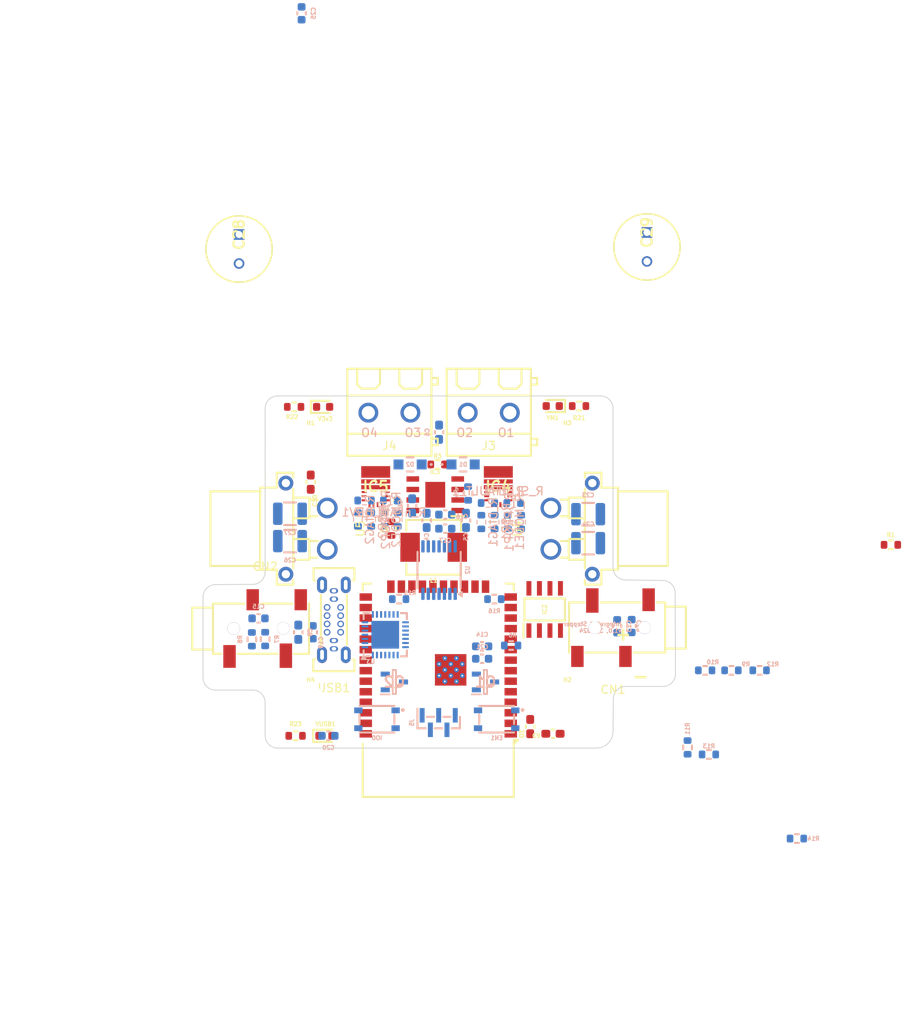
<source format=kicad_pcb>
(kicad_pcb (version 20240108) (generator "pcbnew") (generator_version "8.0")
  (layers (0 "F.Cu" signal) (1 "In1.Cu" signal) (2 "In2.Cu" signal) (31 "B.Cu" signal) (34 "B.Paste" user) (35 "F.Paste" user) (36 "B.SilkS" user "B.Silkscreen") (37 "F.SilkS" user "F.Silkscreen") (38 "B.Mask" user) (39 "F.Mask" user) (44 "Edge.Cuts" user))
  (net 0 "")
  (net 1 "/3V3_VReg/VM")
  (net 2 "Net-(IC4-DIAG)")
  (net 3 "Net-(IC4-SR)")
  (net 4 "GND")
  (net 5 "/DRV8844/DRVOFF")
  (net 6 "VIN")
  (net 7 "3V3_VCC")
  (net 8 "Net-(IC3-BOOT)")
  (net 9 "Net-(IC3-SW)")
  (net 10 "EN")
  (net 11 "Net-(C15-Pad1)")
  (net 12 "IO0")
  (net 15 "/DRV8844/NFAULT_1")
  (net 16 "/DRV8844/NSLEEP")
  (net 17 "IPROPI_1")
  (net 18 "/DRV8844/IN4")
  (net 19 "/DRV8844/IN1")
  (net 20 "/DRV8844/IN2")
  (net 21 "/DRV8844/OUT1")
  (net 22 "/DRV8844/OUT4")
  (net 23 "/DRV8844/OUT3")
  (net 24 "/DRV8844/IN3")
  (net 25 "/DRV8844/OUT2")
  (net 26 "Net-(IC2-RS)")
  (net 28 "CANH")
  (net 29 "CANL")
  (net 30 "Net-(IC3-RT{slash}SYNC)")
  (net 31 "Net-(IC3-FB)")
  (net 34 "/ESP32_MCU/ENC-")
  (net 35 "/ESP32_MCU/ENC_IND")
  (net 36 "/ESP32_MCU/ENC+")
  (net 37 "Net-(Q1-B)")
  (net 38 "RTS")
  (net 39 "DTR")
  (net 40 "Net-(Q2-B)")
  (net 41 "Net-(U3-VBUS)")
  (net 42 "TX")
  (net 43 "Net-(U1-TXD0{slash}IO1)")
  (net 44 "Net-(U3-~{RST})")
  (net 45 "/ESP32_MCU/M_CS0")
  (net 46 "/ESP32_MCU/M_MISO")
  (net 47 "Net-(IC4-MODE)")
  (net 48 "Net-(VM1-K)")
  (net 49 "Net-(V3v3-K)")
  (net 50 "/ESP32_MCU/I2C_SCL")
  (net 53 "/DRV8844/NFAULT_2")
  (net 59 "/ESP32_MCU/I2C_SDA")
  (net 60 "/ESP32_MCU/M_MOSI")
  (net 61 "RX")
  (net 63 "Net-(IC5-MODE)")
  (net 65 "Net-(IC5-DIAG)")
  (net 66 "/ESP32_MCU/M_SCLK")
  (net 67 "/Magnetic_Encoder/M_PWM")
  (net 91 "Net-(VUSB1-K)")
  (net 92 "/CAN_Transciever/CAN_RX")
  (net 93 "/CAN_Transciever/CAN_TX")
  (net 94 "/3V3_VReg/V_USB")
  (net 95 "USB_D-")
  (net 96 "USB_D+")
  (net 102 "Net-(IC5-SR)")
  (net 103 "IPROPI_2")
  (footprint "easyeda2kicad:AUDIO-SMD_PJ-35825" (layer "F.Cu") (at 142 128 180)
    (property "Reference" "CN1" (at 0 -7.42 180) (layer "F.SilkS"))
    (property "Value" "PJ-35825")
    (pad "" thru_hole circle (at -3.8 0.05 180) (size 1.5 1.5) (drill 1.5) (layers "*.Cu" "*.Mask"))
    (pad "" thru_hole circle (at 2.2 0.02 180) (size 1.5 1.5) (drill 1.5) (layers "*.Cu" "*.Mask"))
    (pad "1" smd rect (at -4.3 3.42 180) (size 1.5 2.75) (layers "F.Cu" "F.Paste" "F.Mask") (net 29 "CANL"))
    (pad "2" smd rect (at 2.5 3.33 180) (size 1.5 2.95) (layers "F.Cu" "F.Paste" "F.Mask") (net 28 "CANH"))
    (pad "3" smd rect (at 4.3 -3.42 180) (size 1.5 2.55) (layers "F.Cu" "F.Paste" "F.Mask"))
    (pad "4" smd rect (at -1.5 -3.42 180) (size 1.5 2.55) (layers "F.Cu" "F.Paste" "F.Mask"))
  )
  (footprint "Capacitor_SMD:C_0603_1608Metric_Pad1.08x0.95mm_HandSolder" (layer "F.Cu") (at 105.5 110.3875 -90)
    (property "Reference" "C10" (at 2.25 -0.5 90) (layer "F.SilkS") (effects (font (size 0.5 0.5) (thickness 0.5))))
    (property "Value" "10uf")
    (pad "1" smd roundrect (at -0.8625 0 270) (size 1.075 0.95) (layers "F.Cu" "F.Paste" "F.Mask") (net 7 "3V3_VCC"))
    (pad "2" smd roundrect (at 0.8625 0 270) (size 1.075 0.95) (layers "F.Cu" "F.Paste" "F.Mask") (net 4 "GND"))
  )
  (footprint "Resistor_SMD:R_0603_1608Metric" (layer "F.Cu") (at 175.55 117.95)
    (property "Reference" "R1" (at 0 -1.2 0) (layer "F.SilkS") (effects (font (size 0.5 0.5) (thickness 0.5))))
    (property "Value" "10k")
    (pad "1" smd roundrect (at -0.825 0) (size 0.8 0.95) (layers "F.Cu" "F.Paste" "F.Mask") (net 26 "Net-(IC2-RS)"))
    (pad "2" smd roundrect (at 0.825 0) (size 0.8 0.95) (layers "F.Cu" "F.Paste" "F.Mask") (net 4 "GND"))
  )
  (footprint "SamacSys_Parts:DRV8243HQRXYRQ1" (layer "F.Cu") (at 113.35 110.95 180)
    (property "Reference" "IC5" (at 0 0.025 180) (layer "F.SilkS") (effects (font (size 1.27 1.27) (thickness 0.254))))
    (property "Value" "DRV8243HQRXYRQ1" (hide yes))
    (pad "1" smd rect (at -1.4 -1.625 270) (size 0.25 0.6) (layers "F.Cu" "F.Paste" "F.Mask") (net 53 "/DRV8844/NFAULT_2"))
    (pad "2" smd rect (at -1.4 -1.125 270) (size 0.25 0.6) (layers "F.Cu" "F.Paste" "F.Mask") (net 103 "IPROPI_2"))
    (pad "3" smd rect (at -1.4 -0.625 270) (size 0.25 0.6) (layers "F.Cu" "F.Paste" "F.Mask") (net 16 "/DRV8844/NSLEEP"))
    (pad "4" smd rect (at 0 -0.05 270) (size 0.5 3.5) (layers "F.Cu" "F.Paste" "F.Mask") (net 1 "/3V3_VReg/VM"))
    (pad "5" smd rect (at -0.912 0.65 270) (size 0.5 1.675) (layers "F.Cu" "F.Paste" "F.Mask") (net 22 "/DRV8844/OUT4"))
    (pad "6" smd rect (at 0 1.8 270) (size 1.4 3.5) (layers "F.Cu" "F.Paste" "F.Mask") (net 4 "GND"))
    (pad "7" smd rect (at 0.912 0.65 270) (size 0.5 1.675) (layers "F.Cu" "F.Paste" "F.Mask") (net 23 "/DRV8844/OUT3"))
    (pad "8" smd rect (at 1.4 -0.625 270) (size 0.25 0.6) (layers "F.Cu" "F.Paste" "F.Mask") (net 5 "/DRV8844/DRVOFF"))
    (pad "9" smd rect (at 1.4 -1.125 270) (size 0.25 0.6) (layers "F.Cu" "F.Paste" "F.Mask") (net 24 "/DRV8844/IN3"))
    (pad "10" smd rect (at 1.4 -1.625 270) (size 0.25 0.6) (layers "F.Cu" "F.Paste" "F.Mask") (net 18 "/DRV8844/IN4"))
    (pad "11" smd rect (at 0.75 -2.15 180) (size 0.25 0.6) (layers "F.Cu" "F.Paste" "F.Mask") (net 65 "Net-(IC5-DIAG)"))
    (pad "12" smd rect (at 0.25 -2.15 180) (size 0.25 0.6) (layers "F.Cu" "F.Paste" "F.Mask") (net 102 "Net-(IC5-SR)"))
    (pad "13" smd rect (at -0.25 -2.15 180) (size 0.25 0.6) (layers "F.Cu" "F.Paste" "F.Mask"))
    (pad "14" smd rect (at -0.75 -2.15 180) (size 0.25 0.6) (layers "F.Cu" "F.Paste" "F.Mask") (net 63 "Net-(IC5-MODE)"))
  )
  (footprint "SamacSys_Parts:DRV8243HQRXYRQ1" (layer "F.Cu") (at 128.15 110.95 180)
    (property "Reference" "IC4" (at 0 0.025 180) (layer "F.SilkS") (effects (font (size 1.27 1.27) (thickness 0.254))))
    (property "Value" "DRV8243HQRXYRQ1" (hide yes))
    (pad "1" smd rect (at -1.4 -1.625 270) (size 0.25 0.6) (layers "F.Cu" "F.Paste" "F.Mask") (net 15 "/DRV8844/NFAULT_1"))
    (pad "2" smd rect (at -1.4 -1.125 270) (size 0.25 0.6) (layers "F.Cu" "F.Paste" "F.Mask") (net 17 "IPROPI_1"))
    (pad "3" smd rect (at -1.4 -0.625 270) (size 0.25 0.6) (layers "F.Cu" "F.Paste" "F.Mask") (net 16 "/DRV8844/NSLEEP"))
    (pad "4" smd rect (at 0 -0.05 270) (size 0.5 3.5) (layers "F.Cu" "F.Paste" "F.Mask") (net 1 "/3V3_VReg/VM"))
    (pad "5" smd rect (at -0.912 0.65 270) (size 0.5 1.675) (layers "F.Cu" "F.Paste" "F.Mask") (net 25 "/DRV8844/OUT2"))
    (pad "6" smd rect (at 0 1.8 270) (size 1.4 3.5) (layers "F.Cu" "F.Paste" "F.Mask") (net 4 "GND"))
    (pad "7" smd rect (at 0.912 0.65 270) (size 0.5 1.675) (layers "F.Cu" "F.Paste" "F.Mask") (net 21 "/DRV8844/OUT1"))
    (pad "8" smd rect (at 1.4 -0.625 270) (size 0.25 0.6) (layers "F.Cu" "F.Paste" "F.Mask") (net 5 "/DRV8844/DRVOFF"))
    (pad "9" smd rect (at 1.4 -1.125 270) (size 0.25 0.6) (layers "F.Cu" "F.Paste" "F.Mask") (net 19 "/DRV8844/IN1"))
    (pad "10" smd rect (at 1.4 -1.625 270) (size 0.25 0.6) (layers "F.Cu" "F.Paste" "F.Mask") (net 20 "/DRV8844/IN2"))
    (pad "11" smd rect (at 0.75 -2.15 180) (size 0.25 0.6) (layers "F.Cu" "F.Paste" "F.Mask") (net 2 "Net-(IC4-DIAG)"))
    (pad "12" smd rect (at 0.25 -2.15 180) (size 0.25 0.6) (layers "F.Cu" "F.Paste" "F.Mask") (net 3 "Net-(IC4-SR)"))
    (pad "13" smd rect (at -0.25 -2.15 180) (size 0.25 0.6) (layers "F.Cu" "F.Paste" "F.Mask"))
    (pad "14" smd rect (at -0.75 -2.15 180) (size 0.25 0.6) (layers "F.Cu" "F.Paste" "F.Mask") (net 47 "Net-(IC4-MODE)"))
  )
  (footprint "Resistor_SMD:R_0603_1608Metric" (layer "F.Cu") (at 120.825 108.25)
    (property "Reference" "R3" (at 0 -1 360) (layer "F.SilkS") (effects (font (size 0.5 0.5) (thickness 0.5))))
    (property "Value" "64.9k")
    (pad "1" smd roundrect (at -0.825 0) (size 0.8 0.95) (layers "F.Cu" "F.Paste" "F.Mask") (net 31 "Net-(IC3-FB)"))
    (pad "2" smd roundrect (at 0.825 0) (size 0.8 0.95) (layers "F.Cu" "F.Paste" "F.Mask") (net 4 "GND"))
  )
  (footprint "easyeda2kicad:CONN-TH_P5.08_KF128-5.08-2P" (layer "F.Cu") (at 127 102 180)
    (property "Reference" "J3" (at 0 -4 180) (layer "F.SilkS"))
    (property "Value" "Screw_Terminal_01x02")
    (pad "1" thru_hole circle (at -2.54 0 180) (size 2.4 2.4) (drill 1.599997) (layers "*.Cu" "*.Mask") (net 25 "/DRV8844/OUT2"))
    (pad "2" thru_hole circle (at 2.54 0 180) (size 2.4 2.4) (drill 1.599997) (layers "*.Cu" "*.Mask") (net 21 "/DRV8844/OUT1"))
  )
  (footprint "easyeda2kicad:AUDIO-SMD_PJ-35825" (layer "F.Cu") (at 100 128)
    (property "Reference" "CN2" (at 0 -7.42 0) (layer "F.SilkS"))
    (property "Value" "PJ-35825")
    (pad "" thru_hole circle (at -3.8 0.05) (size 1.5 1.5) (drill 1.5) (layers "*.Cu" "*.Mask"))
    (pad "" thru_hole circle (at 2.2 0.02) (size 1.5 1.5) (drill 1.5) (layers "*.Cu" "*.Mask"))
    (pad "1" smd rect (at -4.3 3.42) (size 1.5 2.75) (layers "F.Cu" "F.Paste" "F.Mask") (net 29 "CANL"))
    (pad "2" smd rect (at 2.5 3.33) (size 1.5 2.95) (layers "F.Cu" "F.Paste" "F.Mask") (net 28 "CANH"))
    (pad "3" smd rect (at 4.3 -3.42) (size 1.5 2.55) (layers "F.Cu" "F.Paste" "F.Mask"))
    (pad "4" smd rect (at -1.5 -3.42) (size 1.5 2.55) (layers "F.Cu" "F.Paste" "F.Mask"))
  )
  (footprint "SamacSys_Parts:SOIC127P600X170-9N" (layer "F.Cu") (at 120.538 111.905 180)
    (property "Reference" "IC3" (at 0.038 2.75 180) (layer "F.SilkS") (effects (font (size 0.5 0.5) (thickness 0.5))))
    (property "Value" "LMR38020FSQDDARQ1" (hide yes))
    (pad "1" smd rect (at -2.712 -1.905 270) (size 0.65 1.525) (layers "F.Cu" "F.Paste" "F.Mask") (net 4 "GND"))
    (pad "2" smd rect (at -2.712 -0.635 270) (size 0.65 1.525) (layers "F.Cu" "F.Paste" "F.Mask") (net 6 "VIN"))
    (pad "3" smd rect (at -2.712 0.635 270) (size 0.65 1.525) (layers "F.Cu" "F.Paste" "F.Mask") (net 6 "VIN"))
    (pad "4" smd rect (at -2.712 1.905 270) (size 0.65 1.525) (layers "F.Cu" "F.Paste" "F.Mask") (net 30 "Net-(IC3-RT{slash}SYNC)"))
    (pad "5" smd rect (at 2.712 1.905 270) (size 0.65 1.525) (layers "F.Cu" "F.Paste" "F.Mask") (net 31 "Net-(IC3-FB)"))
    (pad "6" smd rect (at 2.712 0.635 270) (size 0.65 1.525) (layers "F.Cu" "F.Paste" "F.Mask"))
    (pad "7" smd rect (at 2.712 -0.635 270) (size 0.65 1.525) (layers "F.Cu" "F.Paste" "F.Mask") (net 8 "Net-(IC3-BOOT)"))
    (pad "8" smd rect (at 2.712 -1.905 270) (size 0.65 1.525) (layers "F.Cu" "F.Paste" "F.Mask") (net 9 "Net-(IC3-SW)"))
    (pad "9" smd rect (at 0 0 180) (size 2.4 3.1) (layers "F.Cu" "F.Paste" "F.Mask") (net 4 "GND"))
  )
  (footprint "SamacSys_Parts:SOT127P600X175-8N" (layer "F.Cu") (at 133.75 125.75 90)
    (property "Reference" "IC2" (at 0 0 270) (layer "F.SilkS") (effects (font (size 0.5 0.5) (thickness 0.5))))
    (property "Value" "SN65HVD230DR" (hide yes))
    (pad "1" smd rect (at -2.55 -1.905 180) (size 0.6 1.75) (layers "F.Cu" "F.Paste" "F.Mask") (net 93 "/CAN_Transciever/CAN_TX"))
    (pad "2" smd rect (at -2.55 -0.635 180) (size 0.6 1.75) (layers "F.Cu" "F.Paste" "F.Mask") (net 4 "GND"))
    (pad "3" smd rect (at -2.55 0.635 180) (size 0.6 1.75) (layers "F.Cu" "F.Paste" "F.Mask") (net 7 "3V3_VCC"))
    (pad "4" smd rect (at -2.55 1.905 180) (size 0.6 1.75) (layers "F.Cu" "F.Paste" "F.Mask") (net 92 "/CAN_Transciever/CAN_RX"))
    (pad "5" smd rect (at 2.55 1.905 180) (size 0.6 1.75) (layers "F.Cu" "F.Paste" "F.Mask"))
    (pad "6" smd rect (at 2.55 0.635 180) (size 0.6 1.75) (layers "F.Cu" "F.Paste" "F.Mask") (net 28 "CANH"))
    (pad "7" smd rect (at 2.55 -0.635 180) (size 0.6 1.75) (layers "F.Cu" "F.Paste" "F.Mask") (net 29 "CANL"))
    (pad "8" smd rect (at 2.55 -1.905 180) (size 0.6 1.75) (layers "F.Cu" "F.Paste" "F.Mask") (net 26 "Net-(IC2-RS)"))
  )
  (footprint "easyeda2kicad:IND-SMD_L7.2-W6.6_GPSR07X0" (layer "F.Cu") (at 120.35 118.25 180)
    (property "Reference" "L1" (at 0 -4 180) (layer "F.SilkS") (effects (font (size 0.5 0.5) (thickness 0.5))))
    (property "Value" "10uH")
    (pad "1" smd rect (at -2.85 0 180) (size 2.35 3.5) (layers "F.Cu" "F.Paste" "F.Mask") (net 9 "Net-(IC3-SW)"))
    (pad "2" smd rect (at 2.85 0 180) (size 2.35 3.5) (layers "F.Cu" "F.Paste" "F.Mask") (net 7 "3V3_VCC"))
  )
  (footprint "easyeda2kicad:CONN-TH_XT30PW-F-1" (layer "F.Cu") (at 105 116 -90)
    (property "Reference" "U5" (at 0 -6.5 90) (layer "F.SilkS"))
    (property "Value" "XT30PW-F")
    (pad "1" thru_hole circle (at -2.5 -2.5 270) (size 2.5 2.5) (drill 1.700022) (layers "*.Cu" "*.Mask") (net 1 "/3V3_VReg/VM"))
    (pad "2" thru_hole circle (at 2.5 -2.5 270) (size 2.5 2.5) (drill 1.700022) (layers "*.Cu" "*.Mask") (net 4 "GND"))
    (pad "3" thru_hole circle (at 5.5 2.5 270) (size 1.8 1.8) (drill 0.999998) (layers "*.Cu" "*.Mask") (net 4 "GND"))
    (pad "4" thru_hole circle (at -5.5 2.5 270) (size 1.8 1.8) (drill 0.999998) (layers "*.Cu" "*.Mask") (net 1 "/3V3_VReg/VM"))
  )
  (footprint "MountingHole:MountingHole_3.2mm_M3" (layer "F.Cu") (at 136.5 105.5)
    (property "Reference" "H3" (at 0 -2.25 0) (layer "F.SilkS") (effects (font (size 0.5 0.5) (thickness 0.5))))
    (property "Value" "MountingHole_Pad")
    (pad "" np_thru_hole circle (at 0 0) (size 3.2 3.2) (drill 3.2) (layers "*.Cu" "*.Mask"))
  )
  (footprint "SamacSys_Parts:CAPPRD350W65D800H1650" (layer "F.Cu") (at 146.1 80.25 -90)
    (property "Reference" "C29" (at 0 0 -90) (layer "F.SilkS") (effects (font (size 1.27 1.27) (thickness 0.254))))
    (property "Value" "100uF" (hide yes))
    (pad "1" thru_hole rect (at 0 0 270) (size 1.275 1.275) (drill 0.85) (layers "*.Cu" "*.Mask") (net 1 "/3V3_VReg/VM"))
    (pad "2" thru_hole circle (at 3.5 0 270) (size 1.275 1.275) (drill 0.85) (layers "*.Cu" "*.Mask") (net 4 "GND"))
  )
  (footprint "MountingHole:MountingHole_3.2mm_M3" (layer "F.Cu") (at 105.5 105.5)
    (property "Reference" "H1" (at 0 -2.25 0) (layer "F.SilkS") (effects (font (size 0.5 0.5) (thickness 0.5))))
    (property "Value" "MountingHole_Pad")
    (pad "" np_thru_hole circle (at 0 0) (size 3.2 3.2) (drill 3.2) (layers "*.Cu" "*.Mask"))
  )
  (footprint "Resistor_SMD:R_0603_1608Metric" (layer "F.Cu") (at 115.25 116 90)
    (property "Reference" "R2" (at 0 -1 270) (layer "F.SilkS") (effects (font (size 0.5 0.5) (thickness 0.5))))
    (property "Value" "154k")
    (pad "1" smd roundrect (at -0.825 0 90) (size 0.8 0.95) (layers "F.Cu" "F.Paste" "F.Mask") (net 7 "3V3_VCC"))
    (pad "2" smd roundrect (at 0.825 0 90) (size 0.8 0.95) (layers "F.Cu" "F.Paste" "F.Mask") (net 31 "Net-(IC3-FB)"))
  )
  (footprint "LED_SMD:LED_0603_1608Metric" (layer "F.Cu") (at 107.2875 141)
    (property "Reference" "VUSB1" (at 0 -1.43 0) (layer "F.SilkS") (effects (font (size 0.5 0.5) (thickness 0.5))))
    (property "Value" "LED")
    (pad "1" smd roundrect (at -0.7875 0) (size 0.875 0.95) (layers "F.Cu" "F.Paste" "F.Mask") (net 91 "Net-(VUSB1-K)"))
    (pad "2" smd roundrect (at 0.7875 0) (size 0.875 0.95) (layers "F.Cu" "F.Paste" "F.Mask") (net 94 "/3V3_VReg/V_USB"))
  )
  (footprint "easyeda2kicad:CONN-TH_XT30PW-F-1" (layer "F.Cu") (at 137 116 90)
    (property "Reference" "U4" (at 0 -6.5 270) (layer "F.SilkS"))
    (property "Value" "XT30PW-F")
    (pad "1" thru_hole circle (at -2.5 -2.5 90) (size 2.5 2.5) (drill 1.700022) (layers "*.Cu" "*.Mask") (net 1 "/3V3_VReg/VM"))
    (pad "2" thru_hole circle (at 2.5 -2.5 90) (size 2.5 2.5) (drill 1.700022) (layers "*.Cu" "*.Mask") (net 4 "GND"))
    (pad "3" thru_hole circle (at 5.5 2.5 90) (size 1.8 1.8) (drill 0.999998) (layers "*.Cu" "*.Mask") (net 4 "GND"))
    (pad "4" thru_hole circle (at -5.5 2.5 90) (size 1.8 1.8) (drill 0.999998) (layers "*.Cu" "*.Mask") (net 1 "/3V3_VReg/VM"))
  )
  (footprint "Resistor_SMD:R_0603_1608Metric" (layer "F.Cu") (at 103.675 141)
    (property "Reference" "R23" (at 0 -1.43 0) (layer "F.SilkS") (effects (font (size 0.5 0.5) (thickness 0.5))))
    (property "Value" "500")
    (pad "1" smd roundrect (at -0.825 0) (size 0.8 0.95) (layers "F.Cu" "F.Paste" "F.Mask") (net 4 "GND"))
    (pad "2" smd roundrect (at 0.825 0) (size 0.8 0.95) (layers "F.Cu" "F.Paste" "F.Mask") (net 91 "Net-(VUSB1-K)"))
  )
  (footprint "MountingHole:MountingHole_3.2mm_M3" (layer "F.Cu") (at 105.5 136.5)
    (property "Reference" "H4" (at 0 -2.25 0) (layer "F.SilkS") (effects (font (size 0.5 0.5) (thickness 0.5))))
    (property "Value" "MountingHole_Pad")
    (pad "" np_thru_hole circle (at 0 0) (size 3.2 3.2) (drill 3.2) (layers "*.Cu" "*.Mask"))
  )
  (footprint "Resistor_SMD:R_0603_1608Metric" (layer "F.Cu") (at 137.9 101.2 180)
    (property "Reference" "R21" (at 0 -1.43 180) (layer "F.SilkS") (effects (font (size 0.5 0.5) (thickness 0.5))))
    (property "Value" "10K")
    (pad "1" smd roundrect (at -0.825 0 180) (size 0.8 0.95) (layers "F.Cu" "F.Paste" "F.Mask") (net 4 "GND"))
    (pad "2" smd roundrect (at 0.825 0 180) (size 0.8 0.95) (layers "F.Cu" "F.Paste" "F.Mask") (net 48 "Net-(VM1-K)"))
  )
  (footprint "Capacitor_SMD:C_0603_1608Metric_Pad1.08x0.95mm_HandSolder" (layer "F.Cu") (at 134.75 140.75 180)
    (property "Reference" "C9" (at 2 -0.25 180) (layer "F.SilkS") (effects (font (size 0.5 0.5) (thickness 0.5))))
    (property "Value" "1uF")
    (pad "1" smd roundrect (at -0.8625 0 180) (size 1.075 0.95) (layers "F.Cu" "F.Paste" "F.Mask") (net 7 "3V3_VCC"))
    (pad "2" smd roundrect (at 0.8625 0 180) (size 1.075 0.95) (layers "F.Cu" "F.Paste" "F.Mask") (net 4 "GND"))
  )
  (footprint "easyeda2kicad:CONN-TH_P5.08_KF128-5.08-2P" (layer "F.Cu") (at 115 102 180)
    (property "Reference" "J4" (at 0 -4 180) (layer "F.SilkS"))
    (property "Value" "Screw_Terminal_01x02")
    (pad "1" thru_hole circle (at -2.54 0 180) (size 2.4 2.4) (drill 1.599997) (layers "*.Cu" "*.Mask") (net 22 "/DRV8844/OUT4"))
    (pad "2" thru_hole circle (at 2.54 0 180) (size 2.4 2.4) (drill 1.599997) (layers "*.Cu" "*.Mask") (net 23 "/DRV8844/OUT3"))
  )
  (footprint "SamacSys_Parts:CAPPRD350W65D800H1650" (layer "F.Cu") (at 96.85 80.5 -90)
    (property "Reference" "C28" (at 0 0 -90) (layer "F.SilkS") (effects (font (size 1.27 1.27) (thickness 0.254))))
    (property "Value" "100uF" (hide yes))
    (pad "1" thru_hole rect (at 0 0 270) (size 1.275 1.275) (drill 0.85) (layers "*.Cu" "*.Mask") (net 1 "/3V3_VReg/VM"))
    (pad "2" thru_hole circle (at 3.5 0 270) (size 1.275 1.275) (drill 0.85) (layers "*.Cu" "*.Mask") (net 4 "GND"))
  )
  (footprint "LED_SMD:LED_0603_1608Metric" (layer "F.Cu") (at 134.725 101.2 180)
    (property "Reference" "VM1" (at 0 -1.43 180) (layer "F.SilkS") (effects (font (size 0.5 0.5) (thickness 0.5))))
    (property "Value" "LED")
    (pad "1" smd roundrect (at -0.7875 0 180) (size 0.875 0.95) (layers "F.Cu" "F.Paste" "F.Mask") (net 48 "Net-(VM1-K)"))
    (pad "2" smd roundrect (at 0.7875 0 180) (size 0.875 0.95) (layers "F.Cu" "F.Paste" "F.Mask") (net 1 "/3V3_VReg/VM"))
  )
  (footprint "Resistor_SMD:R_0603_1608Metric" (layer "F.Cu") (at 103.5 101.3)
    (property "Reference" "R22" (at -0.25 1.2 0) (layer "F.SilkS") (effects (font (size 0.5 0.5) (thickness 0.5))))
    (property "Value" "500")
    (pad "1" smd roundrect (at -0.825 0) (size 0.8 0.95) (layers "F.Cu" "F.Paste" "F.Mask") (net 4 "GND"))
    (pad "2" smd roundrect (at 0.825 0) (size 0.8 0.95) (layers "F.Cu" "F.Paste" "F.Mask") (net 49 "Net-(V3v3-K)"))
  )
  (footprint "Capacitor_SMD:C_0603_1608Metric_Pad1.08x0.95mm_HandSolder" (layer "F.Cu") (at 132 139.8875 -90)
    (property "Reference" "C7" (at 0.8875 1 90) (layer "F.SilkS") (effects (font (size 0.5 0.5) (thickness 0.5))))
    (property "Value" "10uf")
    (pad "1" smd roundrect (at -0.8625 0 270) (size 1.075 0.95) (layers "F.Cu" "F.Paste" "F.Mask") (net 7 "3V3_VCC"))
    (pad "2" smd roundrect (at 0.8625 0 270) (size 1.075 0.95) (layers "F.Cu" "F.Paste" "F.Mask") (net 4 "GND"))
  )
  (footprint "RF_Module:ESP32-WROOM-32D" (layer "F.Cu") (at 120.9 132.51 180)
    (property "Reference" "U1" (at -10.1 -8.24 -90) (layer "F.SilkS") (effects (font (size 0.5 0.5) (thickness 0.5))))
    (property "Value" "ESP32-WROOM-32E")
    (pad "1" smd rect (at -8.75 -8.25 180) (size 1.5 0.9) (layers "F.Cu" "F.Paste" "F.Mask") (net 4 "GND"))
    (pad "2" smd rect (at -8.75 -6.98 180) (size 1.5 0.9) (layers "F.Cu" "F.Paste" "F.Mask") (net 7 "3V3_VCC"))
    (pad "3" smd rect (at -8.75 -5.71 180) (size 1.5 0.9) (layers "F.Cu" "F.Paste" "F.Mask") (net 10 "EN"))
    (pad "4" smd rect (at -8.75 -4.44 180) (size 1.5 0.9) (layers "F.Cu" "F.Paste" "F.Mask"))
    (pad "5" smd rect (at -8.75 -3.17 180) (size 1.5 0.9) (layers "F.Cu" "F.Paste" "F.Mask"))
    (pad "6" smd rect (at -8.75 -1.9 180) (size 1.5 0.9) (layers "F.Cu" "F.Paste" "F.Mask") (net 17 "IPROPI_1"))
    (pad "7" smd rect (at -8.75 -0.63 180) (size 1.5 0.9) (layers "F.Cu" "F.Paste" "F.Mask") (net 103 "IPROPI_2"))
    (pad "8" smd rect (at -8.75 0.64 180) (size 1.5 0.9) (layers "F.Cu" "F.Paste" "F.Mask") (net 18 "/DRV8844/IN4"))
    (pad "9" smd rect (at -8.75 1.91 180) (size 1.5 0.9) (layers "F.Cu" "F.Paste" "F.Mask") (net 24 "/DRV8844/IN3"))
    (pad "10" smd rect (at -8.75 3.18 180) (size 1.5 0.9) (layers "F.Cu" "F.Paste" "F.Mask") (net 19 "/DRV8844/IN1"))
    (pad "11" smd rect (at -8.75 4.45 180) (size 1.5 0.9) (layers "F.Cu" "F.Paste" "F.Mask") (net 20 "/DRV8844/IN2"))
    (pad "12" smd rect (at -8.75 5.72 180) (size 1.5 0.9) (layers "F.Cu" "F.Paste" "F.Mask") (net 36 "/ESP32_MCU/ENC+"))
    (pad "13" smd rect (at -8.75 6.99 180) (size 1.5 0.9) (layers "F.Cu" "F.Paste" "F.Mask") (net 66 "/ESP32_MCU/M_SCLK"))
    (pad "14" smd rect (at -8.75 8.26 180) (size 1.5 0.9) (layers "F.Cu" "F.Paste" "F.Mask") (net 46 "/ESP32_MCU/M_MISO"))
    (pad "15" smd rect (at -5.71 9.51 270) (size 1.5 0.9) (layers "F.Cu" "F.Paste" "F.Mask") (net 4 "GND"))
    (pad "16" smd rect (at -4.44 9.51 270) (size 1.5 0.9) (layers "F.Cu" "F.Paste" "F.Mask") (net 60 "/ESP32_MCU/M_MOSI"))
    (pad "17" smd rect (at -3.17 9.51 270) (size 1.5 0.9) (layers "F.Cu" "F.Paste" "F.Mask"))
    (pad "18" smd rect (at -1.9 9.51 270) (size 1.5 0.9) (layers "F.Cu" "F.Paste" "F.Mask"))
    (pad "19" smd rect (at -0.63 9.51 270) (size 1.5 0.9) (layers "F.Cu" "F.Paste" "F.Mask"))
    (pad "20" smd rect (at 0.64 9.51 270) (size 1.5 0.9) (layers "F.Cu" "F.Paste" "F.Mask"))
    (pad "21" smd rect (at 1.91 9.51 270) (size 1.5 0.9) (layers "F.Cu" "F.Paste" "F.Mask"))
    (pad "22" smd rect (at 3.18 9.51 270) (size 1.5 0.9) (layers "F.Cu" "F.Paste" "F.Mask"))
    (pad "23" smd rect (at 4.45 9.51 270) (size 1.5 0.9) (layers "F.Cu" "F.Paste" "F.Mask") (net 45 "/ESP32_MCU/M_CS0"))
    (pad "24" smd rect (at 5.72 9.51 270) (size 1.5 0.9) (layers "F.Cu" "F.Paste" "F.Mask") (net 35 "/ESP32_MCU/ENC_IND"))
    (pad "25" smd rect (at 8.75 8.26 180) (size 1.5 0.9) (layers "F.Cu" "F.Paste" "F.Mask") (net 12 "IO0"))
    (pad "26" smd rect (at 8.75 6.99 180) (size 1.5 0.9) (layers "F.Cu" "F.Paste" "F.Mask") (net 5 "/DRV8844/DRVOFF"))
    (pad "27" smd rect (at 8.75 5.72 180) (size 1.5 0.9) (layers "F.Cu" "F.Paste" "F.Mask") (net 93 "/CAN_Transciever/CAN_TX"))
    (pad "28" smd rect (at 8.75 4.45 180) (size 1.5 0.9) (layers "F.Cu" "F.Paste" "F.Mask") (net 92 "/CAN_Transciever/CAN_RX"))
    (pad "29" smd rect (at 8.75 3.18 180) (size 1.5 0.9) (layers "F.Cu" "F.Paste" "F.Mask") (net 16 "/DRV8844/NSLEEP"))
    (pad "30" smd rect (at 8.75 1.91 180) (size 1.5 0.9) (layers "F.Cu" "F.Paste" "F.Mask") (net 34 "/ESP32_MCU/ENC-"))
    (pad "31" smd rect (at 8.75 0.64 180) (size 1.5 0.9) (layers "F.Cu" "F.Paste" "F.Mask") (net 15 "/DRV8844/NFAULT_1"))
    (pad "32" smd rect (at 8.75 -0.63 180) (size 1.5 0.9) (layers "F.Cu" "F.Paste" "F.Mask"))
    (pad "33" smd rect (at 8.75 -1.9 180) (size 1.5 0.9) (layers "F.Cu" "F.Paste" "F.Mask") (net 59 "/ESP32_MCU/I2C_SDA"))
    (pad "34" smd rect (at 8.75 -3.17 180) (size 1.5 0.9) (layers "F.Cu" "F.Paste" "F.Mask") (net 61 "RX"))
    (pad "35" smd rect (at 8.75 -4.44 180) (size 1.5 0.9) (layers "F.Cu" "F.Paste" "F.Mask") (net 43 "Net-(U1-TXD0{slash}IO1)"))
    (pad "36" smd rect (at 8.75 -5.71 180) (size 1.5 0.9) (layers "F.Cu" "F.Paste" "F.Mask") (net 50 "/ESP32_MCU/I2C_SCL"))
    (pad "37" smd rect (at 8.75 -6.98 180) (size 1.5 0.9) (layers "F.Cu" "F.Paste" "F.Mask") (net 53 "/DRV8844/NFAULT_2"))
    (pad "38" smd rect (at 8.75 -8.25 180) (size 1.5 0.9) (layers "F.Cu" "F.Paste" "F.Mask") (net 4 "GND"))
    (pad "39" smd rect (at -2.9 -1.93 180) (size 0.9 0.9) (layers "F.Cu" "F.Paste") (net 4 "GND"))
    (pad "39" thru_hole circle (at -2.9 -1.23 180) (size 0.6 0.6) (drill 0.2) (property pad_prop_heatsink) (layers "*.Cu" "F.Mask") (net 4 "GND"))
    (pad "39" smd rect (at -2.9 -0.53 180) (size 0.9 0.9) (layers "F.Cu" "F.Paste") (net 4 "GND"))
    (pad "39" thru_hole circle (at -2.9 0.17 180) (size 0.6 0.6) (drill 0.2) (property pad_prop_heatsink) (layers "*.Cu" "F.Mask") (net 4 "GND"))
    (pad "39" smd rect (at -2.9 0.87 180) (size 0.9 0.9) (layers "F.Cu" "F.Paste") (net 4 "GND"))
    (pad "39" thru_hole circle (at -2.2 -1.93 180) (size 0.6 0.6) (drill 0.2) (property pad_prop_heatsink) (layers "*.Cu" "F.Mask") (net 4 "GND"))
    (pad "39" thru_hole circle (at -2.2 -0.53 180) (size 0.6 0.6) (drill 0.2) (property pad_prop_heatsink) (layers "*.Cu" "F.Mask") (net 4 "GND"))
    (pad "39" thru_hole circle (at -2.2 0.87 180) (size 0.6 0.6) (drill 0.2) (property pad_prop_heatsink) (layers "*.Cu" "F.Mask") (net 4 "GND"))
    (pad "39" thru_hole circle (at -1.525 -1.23 180) (size 0.6 0.6) (drill 0.2) (property pad_prop_heatsink) (layers "*.Cu" "F.Mask") (net 4 "GND"))
    (pad "39" thru_hole circle (at -1.525 0.17 180) (size 0.6 0.6) (drill 0.2) (property pad_prop_heatsink) (layers "*.Cu" "F.Mask") (net 4 "GND"))
    (pad "39" smd rect (at -1.5 -1.93 180) (size 0.9 0.9) (layers "F.Cu" "F.Paste") (net 4 "GND"))
    (pad "39" smd rect (at -1.5 -0.53 180) (size 0.9 0.9) (layers "F.Cu" "F.Paste") (net 4 "GND"))
    (pad "39" smd rect (at -1.5 -0.53 180) (size 3.8 3.8) (layers "F.Cu" "F.Mask") (net 4 "GND"))
    (pad "39" smd rect (at -1.5 0.87 180) (size 0.9 0.9) (layers "F.Cu" "F.Paste") (net 4 "GND"))
    (pad "39" thru_hole circle (at -0.8 -1.93 180) (size 0.6 0.6) (drill 0.2) (property pad_prop_heatsink) (layers "*.Cu" "F.Mask") (net 4 "GND"))
    (pad "39" thru_hole circle (at -0.8 -0.53 180) (size 0.6 0.6) (drill 0.2) (property pad_prop_heatsink) (layers "*.Cu" "F.Mask") (net 4 "GND"))
    (pad "39" thru_hole circle (at -0.8 0.87 180) (size 0.6 0.6) (drill 0.2) (property pad_prop_heatsink) (layers "*.Cu" "F.Mask") (net 4 "GND"))
    (pad "39" smd rect (at -0.1 -1.93 180) (size 0.9 0.9) (layers "F.Cu" "F.Paste") (net 4 "GND"))
    (pad "39" thru_hole circle (at -0.1 -1.23 180) (size 0.6 0.6) (drill 0.2) (property pad_prop_heatsink) (layers "*.Cu" "F.Mask") (net 4 "GND"))
    (pad "39" smd rect (at -0.1 -0.53 180) (size 0.9 0.9) (layers "F.Cu" "F.Paste") (net 4 "GND"))
    (pad "39" thru_hole circle (at -0.1 0.17 180) (size 0.6 0.6) (drill 0.2) (property pad_prop_heatsink) (layers "*.Cu" "F.Mask") (net 4 "GND"))
    (pad "39" smd rect (at -0.1 0.87 180) (size 0.9 0.9) (layers "F.Cu" "F.Paste") (net 4 "GND"))
  )
  (footprint "MountingHole:MountingHole_3.2mm_M3" (layer "F.Cu") (at 136.5 136.5)
    (property "Reference" "H2" (at 0 -2.25 0) (layer "F.SilkS") (effects (font (size 0.5 0.5) (thickness 0.5))))
    (property "Value" "MountingHole_Pad")
    (pad "" np_thru_hole circle (at 0 0) (size 3.2 3.2) (drill 3.2) (layers "*.Cu" "*.Mask"))
  )
  (footprint "LED_SMD:LED_0603_1608Metric" (layer "F.Cu") (at 107 101.3)
    (property "Reference" "V3v3" (at 0.25 1.45 0) (layer "F.SilkS") (effects (font (size 0.5 0.5) (thickness 0.5))))
    (property "Value" "LED")
    (pad "1" smd roundrect (at -0.7875 0) (size 0.875 0.95) (layers "F.Cu" "F.Paste" "F.Mask") (net 49 "Net-(V3v3-K)"))
    (pad "2" smd roundrect (at 0.7875 0) (size 0.875 0.95) (layers "F.Cu" "F.Paste" "F.Mask") (net 7 "3V3_VCC"))
  )
  (footprint "easyeda2kicad:USB-C-TH_G-SWITCH_GT-USB-7038X" (layer "F.Cu") (at 108.3 127 180)
    (property "Reference" "USB1" (at 0 -8.22 180) (layer "F.SilkS"))
    (property "Value" "GT-USB-7038C")
    (pad "13" thru_hole oval (at -1.43 -4.22 180) (size 1.2 2) (drill oval 0.449986 1.199998) (layers "*.Cu" "*.Mask") (net 4 "GND"))
    (pad "13" thru_hole oval (at -1.43 4.22) (size 1.2 2) (drill oval 0.449986 1.199998) (layers "*.Cu" "*.Mask") (net 4 "GND"))
    (pad "13" thru_hole oval (at 1.43 -4.22 180) (size 1.2 2) (drill oval 0.449986 1.199998) (layers "*.Cu" "*.Mask") (net 4 "GND"))
    (pad "13" thru_hole oval (at 1.43 4.22 180) (size 1.2 2) (drill oval 0.449986 1.199998) (layers "*.Cu" "*.Mask") (net 4 "GND"))
    (pad "A1B12" thru_hole oval (at 0 3.5 270) (size 0.6 1) (drill oval 0.399999 0.550012) (layers "*.Cu" "*.Mask"))
    (pad "A4B9" thru_hole oval (at 0 2.5 270) (size 0.6 1) (drill oval 0.399999 0.550012) (layers "*.Cu" "*.Mask"))
    (pad "A5" thru_hole circle (at -0.82 1.5 180) (size 0.8 0.8) (drill 0.500024) (layers "*.Cu" "*.Mask"))
    (pad "A6" thru_hole circle (at -0.82 0.5 180) (size 0.8 0.8) (drill 0.500024) (layers "*.Cu" "*.Mask") (net 96 "USB_D+"))
    (pad "A7" thru_hole circle (at -0.82 -0.5 180) (size 0.8 0.8) (drill 0.500024) (layers "*.Cu" "*.Mask") (net 95 "USB_D-"))
    (pad "A8" thru_hole circle (at -0.82 -1.5 180) (size 0.8 0.8) (drill 0.500024) (layers "*.Cu" "*.Mask"))
    (pad "A9B4" thru_hole oval (at 0 -2.5 270) (size 0.6 1) (drill oval 0.399999 0.550012) (layers "*.Cu" "*.Mask"))
    (pad "A12B1" thru_hole oval (at 0 -3.5 270) (size 0.6 1) (drill oval 0.399999 0.550012) (layers "*.Cu" "*.Mask"))
    (pad "B5" thru_hole circle (at 0.82 -1.5 180) (size 0.8 0.8) (drill 0.500024) (layers "*.Cu" "*.Mask"))
    (pad "B6" thru_hole circle (at 0.82 -0.5 180) (size 0.8 0.8) (drill 0.500024) (layers "*.Cu" "*.Mask") (net 96 "USB_D+"))
    (pad "B7" thru_hole circle (at 0.82 0.5 180) (size 0.8 0.8) (drill 0.500024) (layers "*.Cu" "*.Mask") (net 95 "USB_D-"))
    (pad "B8" thru_hole circle (at 0.82 1.5 180) (size 0.8 0.8) (drill 0.500024) (layers "*.Cu" "*.Mask"))
  )
  (footprint "Capacitor_SMD:C_0603_1608Metric" (layer "B.Cu") (at 99.2 126.825 180)
    (property "Reference" "C15" (at 0 1.43 180) (layer "B.SilkS") (effects (font (size 0.5 0.5) (thickness 0.5)) (justify mirror)))
    (property "Value" "4.7nF")
    (pad "1" smd roundrect (at -0.775 0 180) (size 0.9 0.95) (layers "B.Cu" "B.Paste" "B.Mask") (net 11 "Net-(C15-Pad1)"))
    (pad "2" smd roundrect (at 0.775 0 180) (size 0.9 0.95) (layers "B.Cu" "B.Paste" "B.Mask") (net 4 "GND"))
  )
  (footprint "Resistor_SMD:R_0603_1608Metric" (layer "B.Cu") (at 153.125 133.1 180)
    (property "Reference" "R10" (at -0.925 1 180) (layer "B.SilkS") (effects (font (size 0.5 0.5) (thickness 0.5)) (justify mirror)))
    (property "Value" "22.1k")
    (pad "1" smd roundrect (at -0.825 0 180) (size 0.8 0.95) (layers "B.Cu" "B.Paste" "B.Mask") (net 41 "Net-(U3-VBUS)"))
    (pad "2" smd roundrect (at 0.825 0 180) (size 0.8 0.95) (layers "B.Cu" "B.Paste" "B.Mask") (net 94 "/3V3_VReg/V_USB"))
  )
  (footprint "Capacitor_SMD:C_1210_3225Metric" (layer "B.Cu") (at 103 117.5)
    (property "Reference" "C26" (at 0 2.3 360) (layer "B.SilkS") (effects (font (size 0.5 0.5) (thickness 0.5)) (justify mirror)))
    (property "Value" "10uF")
    (pad "1" smd roundrect (at -1.475 0) (size 1.15 2.7) (layers "B.Cu" "B.Paste" "B.Mask") (roundrect_rratio 0.217391) (net 1 "/3V3_VReg/VM"))
    (pad "2" smd roundrect (at 1.475 0) (size 1.15 2.7) (layers "B.Cu" "B.Paste" "B.Mask") (roundrect_rratio 0.217391) (net 4 "GND"))
  )
  (footprint "Resistor_SMD:R_0603_1608Metric" (layer "B.Cu") (at 130 112.9 180)
    (property "Reference" "R_SLEEP1" (at 0 1.43 180) (layer "B.SilkS") (effects (justify mirror)))
    (property "Value" "2k")
    (pad "1" smd roundrect (at -0.825 0 180) (size 0.8 0.95) (layers "B.Cu" "B.Paste" "B.Mask") (net 7 "3V3_VCC"))
    (pad "2" smd roundrect (at 0.825 0 180) (size 0.8 0.95) (layers "B.Cu" "B.Paste" "B.Mask") (net 16 "/DRV8844/NSLEEP"))
  )
  (footprint "Capacitor_SMD:C_0603_1608Metric_Pad1.08x0.95mm_HandSolder" (layer "B.Cu") (at 121 104.3625 -90)
    (property "Reference" "C6" (at 0 1.43 90) (layer "B.SilkS") (effects (font (size 0.5 0.5) (thickness 0.5)) (justify mirror)))
    (property "Value" "100nf")
    (pad "1" smd roundrect (at -0.8625 0 270) (size 1.075 0.95) (layers "B.Cu" "B.Paste" "B.Mask") (net 4 "GND"))
    (pad "2" smd roundrect (at 0.8625 0 270) (size 1.075 0.95) (layers "B.Cu" "B.Paste" "B.Mask") (net 6 "VIN"))
  )
  (footprint "Resistor_SMD:R_0603_1608Metric" (layer "B.Cu") (at 130.9 115.2 -90)
    (property "Reference" "R_IPROP1" (at 0 1.43 90) (layer "B.SilkS") (effects (justify mirror)))
    (property "Value" "820")
    (pad "1" smd roundrect (at -0.825 0 270) (size 0.8 0.95) (layers "B.Cu" "B.Paste" "B.Mask") (net 17 "IPROPI_1"))
    (pad "2" smd roundrect (at 0.825 0 270) (size 0.8 0.95) (layers "B.Cu" "B.Paste" "B.Mask") (net 4 "GND"))
  )
  (footprint "Resistor_SMD:R_0603_1608Metric" (layer "B.Cu") (at 126.9 112.9 180)
    (property "Reference" "R_nFAULT_1" (at 0 1.43 180) (layer "B.SilkS") (effects (justify mirror)))
    (property "Value" "2k")
    (pad "1" smd roundrect (at -0.825 0 180) (size 0.8 0.95) (layers "B.Cu" "B.Paste" "B.Mask") (net 15 "/DRV8844/NFAULT_1"))
    (pad "2" smd roundrect (at 0.825 0 180) (size 0.8 0.95) (layers "B.Cu" "B.Paste" "B.Mask") (net 7 "3V3_VCC"))
  )
  (footprint "Capacitor_SMD:C_0603_1608Metric" (layer "B.Cu") (at 142.5 127.775 90)
    (property "Reference" "C13" (at 0 1.43 270) (layer "B.SilkS") (effects (font (size 0.5 0.5) (thickness 0.5)) (justify mirror)))
    (property "Value" "0.1uF")
    (pad "1" smd roundrect (at -0.775 0 90) (size 0.9 0.95) (layers "B.Cu" "B.Paste" "B.Mask") (net 7 "3V3_VCC"))
    (pad "2" smd roundrect (at 0.775 0 90) (size 0.9 0.95) (layers "B.Cu" "B.Paste" "B.Mask") (net 4 "GND"))
  )
  (footprint "Capacitor_SMD:C_0603_1608Metric" (layer "B.Cu") (at 104.4 53.8 90)
    (property "Reference" "C25" (at 0 1.43 -90) (layer "B.SilkS") (effects (font (size 0.5 0.5) (thickness 0.5)) (justify mirror)))
    (property "Value" "10uF")
    (pad "1" smd roundrect (at -0.775 0 90) (size 0.9 0.95) (layers "B.Cu" "B.Paste" "B.Mask") (net 1 "/3V3_VReg/VM"))
    (pad "2" smd roundrect (at 0.775 0 90) (size 0.9 0.95) (layers "B.Cu" "B.Paste" "B.Mask") (net 4 "GND"))
  )
  (footprint "SamacSys_Parts:SOT95P240X115-3N" (layer "B.Cu") (at 126.6 134.5)
    (property "Reference" "Q1" (at 0 0 0) (layer "B.SilkS") (effects (font (size 1.27 1.27) (thickness 0.254)) (justify mirror)))
    (property "Value" "SS8050-G" (hide yes))
    (pad "1" smd rect (at -1.1 0.95 270) (size 0.6 1.1) (layers "B.Cu" "B.Paste" "B.Mask") (net 37 "Net-(Q1-B)"))
    (pad "2" smd rect (at -1.1 -0.95 270) (size 0.6 1.1) (layers "B.Cu" "B.Paste" "B.Mask") (net 38 "RTS"))
    (pad "3" smd rect (at 1.1 0 270) (size 0.6 1.1) (layers "B.Cu" "B.Paste" "B.Mask") (net 10 "EN"))
  )
  (footprint "Resistor_SMD:R_0603_1608Metric" (layer "B.Cu") (at 114.4 114.9 90)
    (property "Reference" "R_MODE2" (at 0 1.43 270) (layer "B.SilkS") (effects (justify mirror)))
    (property "Value" "8.2k")
    (pad "1" smd roundrect (at -0.825 0 90) (size 0.8 0.95) (layers "B.Cu" "B.Paste" "B.Mask") (net 4 "GND"))
    (pad "2" smd roundrect (at 0.825 0 90) (size 0.8 0.95) (layers "B.Cu" "B.Paste" "B.Mask") (net 63 "Net-(IC5-MODE)"))
  )
  (footprint "SamacSys_Parts:SOT95P240X115-3N" (layer "B.Cu") (at 115.6 134.5)
    (property "Reference" "Q2" (at 0 0 0) (layer "B.SilkS") (effects (font (size 1.27 1.27) (thickness 0.254)) (justify mirror)))
    (property "Value" "SS8050-G" (hide yes))
    (pad "1" smd rect (at -1.1 0.95 270) (size 0.6 1.1) (layers "B.Cu" "B.Paste" "B.Mask") (net 40 "Net-(Q2-B)"))
    (pad "2" smd rect (at -1.1 -0.95 270) (size 0.6 1.1) (layers "B.Cu" "B.Paste" "B.Mask") (net 39 "DTR"))
    (pad "3" smd rect (at 1.1 0 270) (size 0.6 1.1) (layers "B.Cu" "B.Paste" "B.Mask") (net 12 "IO0"))
  )
  (footprint "Capacitor_SMD:C_0603_1608Metric_Pad1.08x0.95mm_HandSolder" (layer "B.Cu") (at 124.25 115 90)
    (property "Reference" "C5" (at -2 0 270) (layer "B.SilkS") (effects (font (size 0.5 0.5) (thickness 0.5)) (justify mirror)))
    (property "Value" "1uF")
    (pad "1" smd roundrect (at -0.8625 0 90) (size 1.075 0.95) (layers "B.Cu" "B.Paste" "B.Mask") (net 4 "GND"))
    (pad "2" smd roundrect (at 0.8625 0 90) (size 1.075 0.95) (layers "B.Cu" "B.Paste" "B.Mask") (net 6 "VIN"))
  )
  (footprint "Connector_PinHeader_1.00mm:PinHeader_1x05_P1.00mm_Vertical_SMD_Pin1Left" (layer "B.Cu") (at 120.95 139.4 -90)
    (property "Reference" "J5" (at 0 3.25 90) (layer "B.SilkS") (effects (font (size 0.5 0.5) (thickness 0.5)) (justify mirror)))
    (property "Value" "Conn_01x05_Socket")
    (pad "1" smd rect (at -0.875 2 270) (size 1.75 0.6) (layers "B.Cu" "B.Paste" "B.Mask") (net 7 "3V3_VCC"))
    (pad "2" smd rect (at 0.875 1 270) (size 1.75 0.6) (layers "B.Cu" "B.Paste" "B.Mask") (net 34 "/ESP32_MCU/ENC-"))
    (pad "3" smd rect (at -0.875 0 270) (size 1.75 0.6) (layers "B.Cu" "B.Paste" "B.Mask") (net 36 "/ESP32_MCU/ENC+"))
    (pad "4" smd rect (at 0.875 -1 270) (size 1.75 0.6) (layers "B.Cu" "B.Paste" "B.Mask") (net 35 "/ESP32_MCU/ENC_IND"))
    (pad "5" smd rect (at -0.875 -2 270) (size 1.75 0.6) (layers "B.Cu" "B.Paste" "B.Mask") (net 4 "GND"))
  )
  (footprint "Capacitor_SMD:C_0603_1608Metric_Pad1.08x0.95mm_HandSolder" (layer "B.Cu") (at 119.5 115 90)
    (property "Reference" "C4" (at -2 0 270) (layer "B.SilkS") (effects (font (size 0.5 0.5) (thickness 0.5)) (justify mirror)))
    (property "Value" "10uf")
    (pad "1" smd roundrect (at -0.8625 0 90) (size 1.075 0.95) (layers "B.Cu" "B.Paste" "B.Mask") (net 4 "GND"))
    (pad "2" smd roundrect (at 0.8625 0 90) (size 1.075 0.95) (layers "B.Cu" "B.Paste" "B.Mask") (net 6 "VIN"))
  )
  (footprint "Resistor_SMD:R_0603_1608Metric" (layer "B.Cu") (at 151 142.4 -90)
    (property "Reference" "R11" (at -2.25 0 90) (layer "B.SilkS") (effects (font (size 0.5 0.5) (thickness 0.5)) (justify mirror)))
    (property "Value" "10")
    (pad "1" smd roundrect (at -0.825 0 270) (size 0.8 0.95) (layers "B.Cu" "B.Paste" "B.Mask") (net 42 "TX"))
    (pad "2" smd roundrect (at 0.825 0 270) (size 0.8 0.95) (layers "B.Cu" "B.Paste" "B.Mask") (net 43 "Net-(U1-TXD0{slash}IO1)"))
  )
  (footprint "Resistor_SMD:R_0603_1608Metric" (layer "B.Cu") (at 98.4 129.35 -90)
    (property "Reference" "R8" (at 0 1.43 90) (layer "B.SilkS") (effects (font (size 0.5 0.5) (thickness 0.5)) (justify mirror)))
    (property "Value" "60")
    (pad "1" smd roundrect (at -0.825 0 270) (size 0.8 0.95) (layers "B.Cu" "B.Paste" "B.Mask") (net 11 "Net-(C15-Pad1)"))
    (pad "2" smd roundrect (at 0.825 0 270) (size 0.8 0.95) (layers "B.Cu" "B.Paste" "B.Mask") (net 29 "CANL"))
  )
  (footprint "SamacSys_Parts:PMEG6020ER115" (layer "B.Cu") (at 123.9 108.25)
    (property "Reference" "D1" (at 0 0 360) (layer "B.SilkS") (effects (font (size 0.5 0.5) (thickness 0.5)) (justify mirror)))
    (property "Value" "PMEG6020ER,115" (hide yes))
    (pad "1" smd rect (at -1.4 0 270) (size 1.2 1.2) (layers "B.Cu" "B.Paste" "B.Mask") (net 6 "VIN"))
    (pad "2" smd rect (at 1.4 0 270) (size 1.2 1.2) (layers "B.Cu" "B.Paste" "B.Mask") (net 1 "/3V3_VReg/VM"))
  )
  (footprint "Resistor_SMD:R_0603_1608Metric" (layer "B.Cu") (at 164.2 153.4 180)
    (property "Reference" "R14" (at -2 0 180) (layer "B.SilkS") (effects (font (size 0.5 0.5) (thickness 0.5)) (justify mirror)))
    (property "Value" "10k")
    (pad "1" smd roundrect (at -0.825 0 180) (size 0.8 0.95) (layers "B.Cu" "B.Paste" "B.Mask") (net 38 "RTS"))
    (pad "2" smd roundrect (at 0.825 0 180) (size 0.8 0.95) (layers "B.Cu" "B.Paste" "B.Mask") (net 40 "Net-(Q2-B)"))
  )
  (footprint "Capacitor_SMD:C_1210_3225Metric" (layer "B.Cu") (at 103 114.2)
    (property "Reference" "C27" (at 0 2.3 360) (layer "B.SilkS") (effects (font (size 0.5 0.5) (thickness 0.5)) (justify mirror)))
    (property "Value" "10uF")
    (pad "1" smd roundrect (at -1.475 0) (size 1.15 2.7) (layers "B.Cu" "B.Paste" "B.Mask") (roundrect_rratio 0.217391) (net 1 "/3V3_VReg/VM"))
    (pad "2" smd roundrect (at 1.475 0) (size 1.15 2.7) (layers "B.Cu" "B.Paste" "B.Mask") (roundrect_rratio 0.217391) (net 4 "GND"))
  )
  (footprint "Capacitor_SMD:C_0603_1608Metric" (layer "B.Cu") (at 105.75 128.5 90)
    (property "Reference" "C19" (at -1.25 0.98 270) (layer "B.SilkS") (effects (font (size 0.5 0.5) (thickness 0.5)) (justify mirror)))
    (property "Value" "10uF")
    (pad "1" smd roundrect (at -0.775 0 90) (size 0.9 0.95) (layers "B.Cu" "B.Paste" "B.Mask") (net 7 "3V3_VCC"))
    (pad "2" smd roundrect (at 0.775 0 90) (size 0.9 0.95) (layers "B.Cu" "B.Paste" "B.Mask") (net 4 "GND"))
  )
  (footprint "Capacitor_SMD:C_0603_1608Metric_Pad1.08x0.95mm_HandSolder" (layer "B.Cu") (at 117.75 113.25 -90)
    (property "Reference" "C11" (at 0 1.43 90) (layer "B.SilkS") (effects (font (size 0.5 0.5) (thickness 0.5)) (justify mirror)))
    (property "Value" "0.1uF")
    (pad "1" smd roundrect (at -0.8625 0 270) (size 1.075 0.95) (layers "B.Cu" "B.Paste" "B.Mask") (net 8 "Net-(IC3-BOOT)"))
    (pad "2" smd roundrect (at 0.8625 0 270) (size 1.075 0.95) (layers "B.Cu" "B.Paste" "B.Mask") (net 9 "Net-(IC3-SW)"))
  )
  (footprint "Resistor_SMD:R_0603_1608Metric" (layer "B.Cu") (at 115.1 112.6)
    (property "Reference" "R_nFAULT_2" (at 0 1.43 360) (layer "B.SilkS") (effects (justify mirror)))
    (property "Value" "2k")
    (pad "1" smd roundrect (at -0.825 0) (size 0.8 0.95) (layers "B.Cu" "B.Paste" "B.Mask") (net 53 "/DRV8844/NFAULT_2"))
    (pad "2" smd roundrect (at 0.825 0) (size 0.8 0.95) (layers "B.Cu" "B.Paste" "B.Mask") (net 7 "3V3_VCC"))
  )
  (footprint "Capacitor_SMD:C_0603_1608Metric" (layer "B.Cu") (at 126.2 131.7 180)
    (property "Reference" "C21" (at 0 1.43 180) (layer "B.SilkS") (effects (font (size 0.5 0.5) (thickness 0.5)) (justify mirror)))
    (property "Value" "0.1uF")
    (pad "1" smd roundrect (at -0.775 0 180) (size 0.9 0.95) (layers "B.Cu" "B.Paste" "B.Mask") (net 10 "EN"))
    (pad "2" smd roundrect (at 0.775 0 180) (size 0.9 0.95) (layers "B.Cu" "B.Paste" "B.Mask") (net 4 "GND"))
  )
  (footprint "Resistor_SMD:R_0603_1608Metric" (layer "B.Cu") (at 129.3 115.2 90)
    (property "Reference" "R_MODE1" (at 0 1.43 270) (layer "B.SilkS") (effects (justify mirror)))
    (property "Value" "8.2k")
    (pad "1" smd roundrect (at -0.825 0 90) (size 0.8 0.95) (layers "B.Cu" "B.Paste" "B.Mask") (net 4 "GND"))
    (pad "2" smd roundrect (at 0.825 0 90) (size 0.8 0.95) (layers "B.Cu" "B.Paste" "B.Mask") (net 47 "Net-(IC4-MODE)"))
  )
  (footprint "Resistor_SMD:R_0603_1608Metric" (layer "B.Cu") (at 116.175 124.5 180)
    (property "Reference" "R15" (at -1.325 0.75 180) (layer "B.SilkS") (effects (font (size 0.5 0.5) (thickness 0.5)) (justify mirror)))
    (property "Value" "2k")
    (pad "1" smd roundrect (at -0.825 0 180) (size 0.8 0.95) (layers "B.Cu" "B.Paste" "B.Mask") (net 45 "/ESP32_MCU/M_CS0"))
    (pad "2" smd roundrect (at 0.825 0 180) (size 0.8 0.95) (layers "B.Cu" "B.Paste" "B.Mask") (net 7 "3V3_VCC"))
  )
  (footprint "Resistor_SMD:R_0603_1608Metric" (layer "B.Cu") (at 124.5 111.75 -90)
    (property "Reference" "R4" (at 0 1.43 90) (layer "B.SilkS") (effects (font (size 0.5 0.5) (thickness 0.5)) (justify mirror)))
    (property "Value" "64.9k")
    (pad "1" smd roundrect (at -0.825 0 270) (size 0.8 0.95) (layers "B.Cu" "B.Paste" "B.Mask") (net 30 "Net-(IC3-RT{slash}SYNC)"))
    (pad "2" smd roundrect (at 0.825 0 270) (size 0.8 0.95) (layers "B.Cu" "B.Paste" "B.Mask") (net 4 "GND"))
  )
  (footprint "Capacitor_SMD:C_0603_1608Metric_Pad1.08x0.95mm_HandSolder" (layer "B.Cu") (at 104 128.5 90)
    (property "Reference" "C8" (at 0 1.43 -90) (layer "B.SilkS") (effects (font (size 0.5 0.5) (thickness 0.5)) (justify mirror)))
    (property "Value" "100nf")
    (pad "1" smd roundrect (at -0.8625 0 90) (size 1.075 0.95) (layers "B.Cu" "B.Paste" "B.Mask") (net 7 "3V3_VCC"))
    (pad "2" smd roundrect (at 0.8625 0 90) (size 1.075 0.95) (layers "B.Cu" "B.Paste" "B.Mask") (net 4 "GND"))
  )
  (footprint "Capacitor_SMD:C_0603_1608Metric" (layer "B.Cu") (at 121.75 114.3)
    (property "Reference" "C16" (at 2.025 0.25 360) (layer "B.SilkS") (effects (font (size 0.5 0.5) (thickness 0.5)) (justify mirror)))
    (property "Value" "10uF")
    (pad "1" smd roundrect (at -0.775 0) (size 0.9 0.95) (layers "B.Cu" "B.Paste" "B.Mask") (net 7 "3V3_VCC"))
    (pad "2" smd roundrect (at 0.775 0) (size 0.9 0.95) (layers "B.Cu" "B.Paste" "B.Mask") (net 4 "GND"))
  )
  (footprint "Resistor_SMD:R_0603_1608Metric" (layer "B.Cu") (at 111.2 114.9 90)
    (property "Reference" "R_DIAG2" (at 0 1.43 -90) (layer "B.SilkS") (effects (justify mirror)))
    (property "Value" "8.2k")
    (pad "1" smd roundrect (at -0.825 0 90) (size 0.8 0.95) (layers "B.Cu" "B.Paste" "B.Mask") (net 4 "GND"))
    (pad "2" smd roundrect (at 0.825 0 90) (size 0.8 0.95) (layers "B.Cu" "B.Paste" "B.Mask") (net 65 "Net-(IC5-DIAG)"))
  )
  (footprint "Resistor_SMD:R_0603_1608Metric" (layer "B.Cu") (at 116 114.9 -90)
    (property "Reference" "R_IPROP2" (at 0 1.43 90) (layer "B.SilkS") (effects (justify mirror)))
    (property "Value" "820")
    (pad "1" smd roundrect (at -0.825 0 270) (size 0.8 0.95) (layers "B.Cu" "B.Paste" "B.Mask") (net 103 "IPROPI_2"))
    (pad "2" smd roundrect (at 0.825 0 270) (size 0.8 0.95) (layers "B.Cu" "B.Paste" "B.Mask") (net 4 "GND"))
  )
  (footprint "Resistor_SMD:R_0603_1608Metric" (layer "B.Cu") (at 112 112.6)
    (property "Reference" "R_DRV1" (at 0 1.43 0) (layer "B.SilkS") (effects (justify mirror)))
    (property "Value" "2k")
    (pad "1" smd roundrect (at -0.825 0) (size 0.8 0.95) (layers "B.Cu" "B.Paste" "B.Mask") (net 4 "GND"))
    (pad "2" smd roundrect (at 0.825 0) (size 0.8 0.95) (layers "B.Cu" "B.Paste" "B.Mask") (net 5 "/DRV8844/DRVOFF"))
  )
  (footprint "Resistor_SMD:R_0603_1608Metric" (layer "B.Cu") (at 112.8 114.9 90)
    (property "Reference" "R_SR2" (at 0 1.43 270) (layer "B.SilkS") (effects (justify mirror)))
    (property "Value" "8.2k")
    (pad "1" smd roundrect (at -0.825 0 90) (size 0.8 0.95) (layers "B.Cu" "B.Paste" "B.Mask") (net 4 "GND"))
    (pad "2" smd roundrect (at 0.825 0 90) (size 0.8 0.95) (layers "B.Cu" "B.Paste" "B.Mask") (net 102 "Net-(IC5-SR)"))
  )
  (footprint "Capacitor_SMD:C_0603_1608Metric" (layer "B.Cu") (at 126.2 130.2 180)
    (property "Reference" "C14" (at 0 1.43 180) (layer "B.SilkS") (effects (font (size 0.5 0.5) (thickness 0.5)) (justify mirror)))
    (property "Value" "0.1uF")
    (pad "1" smd roundrect (at -0.775 0 180) (size 0.9 0.95) (layers "B.Cu" "B.Paste" "B.Mask") (net 10 "EN"))
    (pad "2" smd roundrect (at 0.775 0 180) (size 0.9 0.95) (layers "B.Cu" "B.Paste" "B.Mask") (net 4 "GND"))
  )
  (footprint "Resistor_SMD:R_0603_1608Metric" (layer "B.Cu") (at 129.7 130.1 180)
    (property "Reference" "R6" (at -0.175 1.25 180) (layer "B.SilkS") (effects (font (size 0.5 0.5) (thickness 0.5)) (justify mirror)))
    (property "Value" "10k")
    (pad "1" smd roundrect (at -0.825 0 180) (size 0.8 0.95) (layers "B.Cu" "B.Paste" "B.Mask") (net 7 "3V3_VCC"))
    (pad "2" smd roundrect (at 0.825 0 180) (size 0.8 0.95) (layers "B.Cu" "B.Paste" "B.Mask") (net 10 "EN"))
  )
  (footprint "Resistor_SMD:R_0603_1608Metric" (layer "B.Cu") (at 153.575 143.25 180)
    (property "Reference" "R13" (at 0 1 180) (layer "B.SilkS") (effects (font (size 0.5 0.5) (thickness 0.5)) (justify mirror)))
    (property "Value" "10k")
    (pad "1" smd roundrect (at -0.825 0 180) (size 0.8 0.95) (layers "B.Cu" "B.Paste" "B.Mask") (net 39 "DTR"))
    (pad "2" smd roundrect (at 0.825 0 180) (size 0.8 0.95) (layers "B.Cu" "B.Paste" "B.Mask") (net 37 "Net-(Q1-B)"))
  )
  (footprint "Capacitor_SMD:C_1210_3225Metric" (layer "B.Cu") (at 139 117.75 180)
    (property "Reference" "C24" (at 0 2.3 180) (layer "B.SilkS") (effects (font (size 0.5 0.5) (thickness 0.5)) (justify mirror)))
    (property "Value" "10uF")
    (pad "1" smd roundrect (at -1.475 0 180) (size 1.15 2.7) (layers "B.Cu" "B.Paste" "B.Mask") (roundrect_rratio 0.217391) (net 1 "/3V3_VReg/VM"))
    (pad "2" smd roundrect (at 1.475 0 180) (size 1.15 2.7) (layers "B.Cu" "B.Paste" "B.Mask") (roundrect_rratio 0.217391) (net 4 "GND"))
  )
  (footprint "Resistor_SMD:R_0603_1608Metric" (layer "B.Cu") (at 156.3 133.1)
    (property "Reference" "R9" (at 1.75 -0.75 0) (layer "B.SilkS") (effects (font (size 0.5 0.5) (thickness 0.5)) (justify mirror)))
    (property "Value" "47.5k")
    (pad "1" smd roundrect (at -0.825 0) (size 0.8 0.95) (layers "B.Cu" "B.Paste" "B.Mask") (net 41 "Net-(U3-VBUS)"))
    (pad "2" smd roundrect (at 0.825 0) (size 0.8 0.95) (layers "B.Cu" "B.Paste" "B.Mask") (net 4 "GND"))
  )
  (footprint "SamacSys_Parts:PTS815SJM250SMTRLFS" (layer "B.Cu") (at 113.5025 139.005 180)
    (property "Reference" "IO0" (at 0 -2.25 180) (layer "B.SilkS") (effects (font (size 0.5 0.5) (thickness 0.5)) (justify mirror)))
    (property "Value" "PTS815_SJG_250_SMTR_LFS" (hide yes))
    (pad "1" smd rect (at -2.25 1.075 90) (size 0.7 1) (layers "B.Cu" "B.Paste" "B.Mask") (net 12 "IO0"))
    (pad "2" smd rect (at 2.25 1.075 90) (size 0.7 1) (layers "B.Cu" "B.Paste" "B.Mask"))
    (pad "3" smd rect (at -2.25 -1.075 90) (size 0.7 1) (layers "B.Cu" "B.Paste" "B.Mask") (net 4 "GND"))
    (pad "4" smd rect (at 2.25 -1.075 90) (size 0.7 1) (layers "B.Cu" "B.Paste" "B.Mask"))
  )
  (footprint "SamacSys_Parts:PTS815SJM250SMTRLFS" (layer "B.Cu") (at 127.9525 139.005 180)
    (property "Reference" "EN1" (at 0 -2.25 180) (layer "B.SilkS") (effects (font (size 0.5 0.5) (thickness 0.5)) (justify mirror)))
    (property "Value" "PTS815_SJG_250_SMTR_LFS" (hide yes))
    (pad "1" smd rect (at -2.25 1.075 90) (size 0.7 1) (layers "B.Cu" "B.Paste" "B.Mask") (net 10 "EN"))
    (pad "2" smd rect (at 2.25 1.075 90) (size 0.7 1) (layers "B.Cu" "B.Paste" "B.Mask"))
    (pad "3" smd rect (at -2.25 -1.075 90) (size 0.7 1) (layers "B.Cu" "B.Paste" "B.Mask") (net 4 "GND"))
    (pad "4" smd rect (at 2.25 -1.075 90) (size 0.7 1) (layers "B.Cu" "B.Paste" "B.Mask"))
  )
  (footprint "Package_SO:TSSOP-14_4.4x5mm_P0.65mm" (layer "B.Cu") (at 121 121 90)
    (property "Reference" "U2" (at 0 3.45 -90) (layer "B.SilkS") (effects (font (size 0.5 0.5) (thickness 0.124)) (justify mirror)))
    (property "Value" "AS5048A")
    (pad "1" smd roundrect (at -2.8625 1.95 90) (size 1.475 0.4) (layers "B.Cu" "B.Paste" "B.Mask") (net 45 "/ESP32_MCU/M_CS0"))
    (pad "2" smd roundrect (at -2.8625 1.3 90) (size 1.475 0.4) (layers "B.Cu" "B.Paste" "B.Mask") (net 66 "/ESP32_MCU/M_SCLK"))
    (pad "3" smd roundrect (at -2.8625 0.65 90) (size 1.475 0.4) (layers "B.Cu" "B.Paste" "B.Mask") (net 46 "/ESP32_MCU/M_MISO"))
    (pad "4" smd roundrect (at -2.8625 0 90) (size 1.475 0.4) (layers "B.Cu" "B.Paste" "B.Mask") (net 60 "/ESP32_MCU/M_MOSI"))
    (pad "5" smd roundrect (at -2.8625 -0.65 90) (size 1.475 0.4) (layers "B.Cu" "B.Paste" "B.Mask"))
    (pad "6" smd roundrect (at -2.8625 -1.3 90) (size 1.475 0.4) (layers "B.Cu" "B.Paste" "B.Mask"))
    (pad "7" smd roundrect (at -2.8625 -1.95 90) (size 1.475 0.4) (layers "B.Cu" "B.Paste" "B.Mask"))
    (pad "8" smd roundrect (at 2.8625 -1.95 90) (size 1.475 0.4) (layers "B.Cu" "B.Paste" "B.Mask"))
    (pad "9" smd roundrect (at 2.8625 -1.3 90) (size 1.475 0.4) (layers "B.Cu" "B.Paste" "B.Mask"))
    (pad "10" smd roundrect (at 2.8625 -0.65 90) (size 1.475 0.4) (layers "B.Cu" "B.Paste" "B.Mask"))
    (pad "11" smd roundrect (at 2.8625 0 90) (size 1.475 0.4) (layers "B.Cu" "B.Paste" "B.Mask") (net 7 "3V3_VCC"))
    (pad "12" smd roundrect (at 2.8625 0.65 90) (size 1.475 0.4) (layers "B.Cu" "B.Paste" "B.Mask") (net 7 "3V3_VCC"))
    (pad "13" smd roundrect (at 2.8625 1.3 90) (size 1.475 0.4) (layers "B.Cu" "B.Paste" "B.Mask") (net 4 "GND"))
    (pad "14" smd roundrect (at 2.8625 1.95 90) (size 1.475 0.4) (layers "B.Cu" "B.Paste" "B.Mask") (net 67 "/Magnetic_Encoder/M_PWM"))
  )
  (footprint "Capacitor_SMD:C_1210_3225Metric" (layer "B.Cu") (at 139 114.25 180)
    (property "Reference" "C23" (at 0 2.3 180) (layer "B.SilkS") (effects (font (size 0.5 0.5) (thickness 0.5)) (justify mirror)))
    (property "Value" "22uF")
    (pad "1" smd roundrect (at -1.475 0 180) (size 1.15 2.7) (layers "B.Cu" "B.Paste" "B.Mask") (roundrect_rratio 0.217391) (net 1 "/3V3_VReg/VM"))
    (pad "2" smd roundrect (at 1.475 0 180) (size 1.15 2.7) (layers "B.Cu" "B.Paste" "B.Mask") (roundrect_rratio 0.217391) (net 4 "GND"))
  )
  (footprint "Resistor_SMD:R_0603_1608Metric" (layer "B.Cu") (at 127.675 124.5)
    (property "Reference" "R16" (at 0 1.43 0) (layer "B.SilkS") (effects (font (size 0.5 0.5) (thickness 0.5)) (justify mirror)))
    (property "Value" "2k")
    (pad "1" smd roundrect (at -0.825 0) (size 0.8 0.95) (layers "B.Cu" "B.Paste" "B.Mask") (net 4 "GND"))
    (pad "2" smd roundrect (at 0.825 0) (size 0.8 0.95) (layers "B.Cu" "B.Paste" "B.Mask") (net 46 "/ESP32_MCU/M_MISO"))
  )
  (footprint "Capacitor_SMD:C_0603_1608Metric" (layer "B.Cu") (at 107.6375 141)
    (property "Reference" "C20" (at 0 1.43 0) (layer "B.SilkS") (effects (font (size 0.5 0.5) (thickness 0.5)) (justify mirror)))
    (property "Value" "0.1uF")
    (pad "1" smd roundrect (at -0.775 0) (size 0.9 0.95) (layers "B.Cu" "B.Paste" "B.Mask") (net 12 "IO0"))
    (pad "2" smd roundrect (at 0.775 0) (size 0.9 0.95) (layers "B.Cu" "B.Paste" "B.Mask") (net 4 "GND"))
  )
  (footprint "Resistor_SMD:R_0603_1608Metric" (layer "B.Cu") (at 159.7 133.1)
    (property "Reference" "R12" (at 1.6 -0.75 0) (layer "B.SilkS") (effects (font (size 0.5 0.5) (thickness 0.5)) (justify mirror)))
    (property "Value" "2k")
    (pad "1" smd roundrect (at -0.825 0) (size 0.8 0.95) (layers "B.Cu" "B.Paste" "B.Mask") (net 44 "Net-(U3-~{RST})"))
    (pad "2" smd roundrect (at 0.825 0) (size 0.8 0.95) (layers "B.Cu" "B.Paste" "B.Mask") (net 7 "3V3_VCC"))
  )
  (footprint "Resistor_SMD:R_0603_1608Metric" (layer "B.Cu") (at 127.7 115.2 90)
    (property "Reference" "R_SR1" (at 0 1.43 270) (layer "B.SilkS") (effects (justify mirror)))
    (property "Value" "8.2k")
    (pad "1" smd roundrect (at -0.825 0 90) (size 0.8 0.95) (layers "B.Cu" "B.Paste" "B.Mask") (net 4 "GND"))
    (pad "2" smd roundrect (at 0.825 0 90) (size 0.8 0.95) (layers "B.Cu" "B.Paste" "B.Mask") (net 3 "Net-(IC4-SR)"))
  )
  (footprint "Resistor_SMD:R_0603_1608Metric" (layer "B.Cu") (at 126.1 115.2 90)
    (property "Reference" "R_DIAG1" (at 0 1.43 -90) (layer "B.SilkS") (effects (justify mirror)))
    (property "Value" "8.2k")
    (pad "1" smd roundrect (at -0.825 0 90) (size 0.8 0.95) (layers "B.Cu" "B.Paste" "B.Mask") (net 4 "GND"))
    (pad "2" smd roundrect (at 0.825 0 90) (size 0.8 0.95) (layers "B.Cu" "B.Paste" "B.Mask") (net 2 "Net-(IC4-DIAG)"))
  )
  (footprint "Capacitor_SMD:C_0603_1608Metric" (layer "B.Cu") (at 121.75 116)
    (property "Reference" "C17" (at 0 1.43 360) (layer "B.SilkS") (effects (font (size 0.5 0.5) (thickness 0.5)) (justify mirror)))
    (property "Value" "0.1uF")
    (pad "1" smd roundrect (at -0.775 0) (size 0.9 0.95) (layers "B.Cu" "B.Paste" "B.Mask") (net 7 "3V3_VCC"))
    (pad "2" smd roundrect (at 0.775 0) (size 0.9 0.95) (layers "B.Cu" "B.Paste" "B.Mask") (net 4 "GND"))
  )
  (footprint "Capacitor_SMD:C_0603_1608Metric" (layer "B.Cu") (at 144.25 127.75 90)
    (property "Reference" "C18" (at 0 0.9 270) (layer "B.SilkS") (effects (font (size 0.5 0.5) (thickness 0.5)) (justify mirror)))
    (property "Value" "0.1uF")
    (pad "1" smd roundrect (at -0.775 0 90) (size 0.9 0.95) (layers "B.Cu" "B.Paste" "B.Mask") (net 7 "3V3_VCC"))
    (pad "2" smd roundrect (at 0.775 0 90) (size 0.9 0.95) (layers "B.Cu" "B.Paste" "B.Mask") (net 4 "GND"))
  )
  (footprint "Resistor_SMD:R_0603_1608Metric" (layer "B.Cu") (at 100 129.325 90)
    (property "Reference" "R7" (at 0 1.43 -90) (layer "B.SilkS") (effects (font (size 0.5 0.5) (thickness 0.5)) (justify mirror)))
    (property "Value" "60")
    (pad "1" smd roundrect (at -0.825 0 90) (size 0.8 0.95) (layers "B.Cu" "B.Paste" "B.Mask") (net 28 "CANH"))
    (pad "2" smd roundrect (at 0.825 0 90) (size 0.8 0.95) (layers "B.Cu" "B.Paste" "B.Mask") (net 11 "Net-(C15-Pad1)"))
  )
  (footprint "Package_DFN_QFN:QFN-28-1EP_5x5mm_P0.5mm_EP3.35x3.35mm" (layer "B.Cu") (at 114.5 128.8)
    (property "Reference" "U3" (at -1.75 3.25 0) (layer "B.SilkS") (effects (font (size 0.5 0.5) (thickness 0.5)) (justify mirror)))
    (property "Value" "CP2102N-Axx-xQFN28")
    (pad "1" smd roundrect (at -2.45 1.5) (size 0.8 0.25) (layers "B.Cu" "B.Paste" "B.Mask"))
    (pad "2" smd roundrect (at -2.45 1) (size 0.8 0.25) (layers "B.Cu" "B.Paste" "B.Mask"))
    (pad "3" smd roundrect (at -2.45 0.5) (size 0.8 0.25) (layers "B.Cu" "B.Paste" "B.Mask") (net 4 "GND"))
    (pad "4" smd roundrect (at -2.45 0) (size 0.8 0.25) (layers "B.Cu" "B.Paste" "B.Mask") (net 96 "USB_D+"))
    (pad "5" smd roundrect (at -2.45 -0.5) (size 0.8 0.25) (layers "B.Cu" "B.Paste" "B.Mask") (net 95 "USB_D-"))
    (pad "6" smd roundrect (at -2.45 -1) (size 0.8 0.25) (layers "B.Cu" "B.Paste" "B.Mask") (net 7 "3V3_VCC"))
    (pad "7" smd roundrect (at -2.45 -1.5) (size 0.8 0.25) (layers "B.Cu" "B.Paste" "B.Mask") (net 7 "3V3_VCC"))
    (pad "8" smd roundrect (at -1.5 -2.45) (size 0.25 0.8) (layers "B.Cu" "B.Paste" "B.Mask") (net 41 "Net-(U3-VBUS)"))
    (pad "9" smd roundrect (at -1 -2.45) (size 0.25 0.8) (layers "B.Cu" "B.Paste" "B.Mask") (net 44 "Net-(U3-~{RST})"))
    (pad "10" smd roundrect (at -0.5 -2.45) (size 0.25 0.8) (layers "B.Cu" "B.Paste" "B.Mask"))
    (pad "11" smd roundrect (at 0 -2.45) (size 0.25 0.8) (layers "B.Cu" "B.Paste" "B.Mask"))
    (pad "12" smd roundrect (at 0.5 -2.45) (size 0.25 0.8) (layers "B.Cu" "B.Paste" "B.Mask"))
    (pad "13" smd roundrect (at 1 -2.45) (size 0.25 0.8) (layers "B.Cu" "B.Paste" "B.Mask"))
    (pad "14" smd roundrect (at 1.5 -2.45) (size 0.25 0.8) (layers "B.Cu" "B.Paste" "B.Mask"))
    (pad "15" smd roundrect (at 2.45 -1.5) (size 0.8 0.25) (layers "B.Cu" "B.Paste" "B.Mask"))
    (pad "16" smd roundrect (at 2.45 -1) (size 0.8 0.25) (layers "B.Cu" "B.Paste" "B.Mask"))
    (pad "17" smd roundrect (at 2.45 -0.5) (size 0.8 0.25) (layers "B.Cu" "B.Paste" "B.Mask"))
    (pad "18" smd roundrect (at 2.45 0) (size 0.8 0.25) (layers "B.Cu" "B.Paste" "B.Mask"))
    (pad "19" smd roundrect (at 2.45 0.5) (size 0.8 0.25) (layers "B.Cu" "B.Paste" "B.Mask"))
    (pad "20" smd roundrect (at 2.45 1) (size 0.8 0.25) (layers "B.Cu" "B.Paste" "B.Mask"))
    (pad "21" smd roundrect (at 2.45 1.5) (size 0.8 0.25) (layers "B.Cu" "B.Paste" "B.Mask"))
    (pad "22" smd roundrect (at 1.5 2.45) (size 0.25 0.8) (layers "B.Cu" "B.Paste" "B.Mask"))
    (pad "23" smd roundrect (at 1 2.45) (size 0.25 0.8) (layers "B.Cu" "B.Paste" "B.Mask"))
    (pad "24" smd roundrect (at 0.5 2.45) (size 0.25 0.8) (layers "B.Cu" "B.Paste" "B.Mask") (net 38 "RTS"))
    (pad "25" smd roundrect (at 0 2.45) (size 0.25 0.8) (layers "B.Cu" "B.Paste" "B.Mask") (net 42 "TX"))
    (pad "26" smd roundrect (at -0.5 2.45) (size 0.25 0.8) (layers "B.Cu" "B.Paste" "B.Mask") (net 61 "RX"))
    (pad "27" smd roundrect (at -1 2.45) (size 0.25 0.8) (layers "B.Cu" "B.Paste" "B.Mask"))
    (pad "28" smd roundrect (at -1.5 2.45) (size 0.25 0.8) (layers "B.Cu" "B.Paste" "B.Mask") (net 39 "DTR"))
    (pad "29" smd rect (at 0 0) (size 3.35 3.35) (property pad_prop_heatsink) (layers "B.Cu" "B.Mask") (net 4 "GND"))
  )
  (footprint "SamacSys_Parts:PMEG6020ER115" (layer "B.Cu") (at 117.5 108.25 180)
    (property "Reference" "D2" (at 0 0 180) (layer "B.SilkS") (effects (font (size 0.5 0.5) (thickness 0.5)) (justify mirror)))
    (property "Value" "PMEG6020ER,115" (hide yes))
    (pad "1" smd rect (at -1.4 0 90) (size 1.2 1.2) (layers "B.Cu" "B.Paste" "B.Mask") (net 6 "VIN"))
    (pad "2" smd rect (at 1.4 0 90) (size 1.2 1.2) (layers "B.Cu" "B.Paste" "B.Mask") (net 94 "/3V3_VReg/V_USB"))
  )
  (gr_arc (start 142.001851 140.478679) (mid 141.416036 141.892864) (end 140.001851 142.478679) (stroke (width 0.1)) (layer "Edge.Cuts"))
  (gr_line (start 148 122.25) (end 143.5 122.189352) (stroke (width 0.1)) (layer "Edge.Cuts"))
  (gr_arc (start 149.53934 133.53934) (mid 149.099988 134.599988) (end 148.03934 135.03934) (stroke (width 0.1)) (layer "Edge.Cuts"))
  (gr_line (start 140 142.47868) (end 101.5 142.47868) (stroke (width 0.1)) (layer "Edge.Cuts"))
  (gr_arc (start 143.5 122.189352) (mid 142.439352 121.75) (end 142 120.689352) (stroke (width 0.1)) (layer "Edge.Cuts"))
  (gr_arc (start 148 122.25) (mid 149.060648 122.689352) (end 149.5 123.75) (stroke (width 0.1)) (layer "Edge.Cuts"))
  (gr_line (start 149.53934 133.53934) (end 149.5 123.75) (stroke (width 0.1)) (layer "Edge.Cuts"))
  (gr_line (start 143.53934 135.03934) (end 148.03934 135.03934) (stroke (width 0.1)) (layer "Edge.Cuts"))
  (gr_arc (start 142.03934 136.53934) (mid 142.478668 135.478668) (end 143.53934 135.03934) (stroke (width 0.1)) (layer "Edge.Cuts"))
  (gr_line (start 101.501851 99.980531) (end 140.501851 99.980531) (stroke (width 0.1)) (layer "Edge.Cuts"))
  (gr_line (start 92.5 124.25) (end 92.5 133.97868) (stroke (width 0.1)) (layer "Edge.Cuts"))
  (gr_line (start 100 121.219676) (end 100.001851 101.480531) (stroke (width 0.1)) (layer "Edge.Cuts"))
  (gr_arc (start 98.5 135.47868) (mid 99.560664 135.918016) (end 100 136.97868) (stroke (width 0.1)) (layer "Edge.Cuts"))
  (gr_line (start 100 136.97868) (end 99.999999 140.978681) (stroke (width 0.1)) (layer "Edge.Cuts"))
  (gr_arc (start 101.499999 142.478681) (mid 100.439343 142.039337) (end 99.999999 140.978681) (stroke (width 0.1)) (layer "Edge.Cuts"))
  (gr_line (start 94 135.47868) (end 98.5 135.47868) (stroke (width 0.1)) (layer "Edge.Cuts"))
  (gr_arc (start 94 135.47868) (mid 92.939344 135.039336) (end 92.5 133.97868) (stroke (width 0.1)) (layer "Edge.Cuts"))
  (gr_line (start 142.001851 140.478679) (end 142.03934 136.53934) (stroke (width 0.1)) (layer "Edge.Cuts"))
  (gr_arc (start 140.501851 99.980531) (mid 141.562559 100.419823) (end 142.001851 101.480531) (stroke (width 0.1)) (layer "Edge.Cuts"))
  (gr_arc (start 100.001851 101.480531) (mid 100.441215 100.419895) (end 101.501851 99.980531) (stroke (width 0.1)) (layer "Edge.Cuts"))
  (gr_line (start 142 101.47868) (end 142 120.689352) (stroke (width 0.1)) (layer "Edge.Cuts"))
  (gr_line (start 98.5 122.719676) (end 94 122.75) (stroke (width 0.1)) (layer "Edge.Cuts"))
  (gr_arc (start 100 121.219676) (mid 99.560648 122.280324) (end 98.5 122.719676) (stroke (width 0.1)) (layer "Edge.Cuts"))
  (gr_arc (start 92.5 124.25) (mid 92.939352 123.189352) (end 94 122.75) (stroke (width 0.1)) (layer "Edge.Cuts"))
  (gr_text "O1" (at 128 105 0) (layer "B.SilkS") (effects (font (size 1 1)) (justify left bottom)))
  (gr_text "Integrated Stepper " (at 143.1 127.8 0) (layer "B.SilkS") (effects (font (size 0.5 0.5)) (justify left bottom mirror)))
  (gr_text "O4" (at 111.5 105 0) (layer "B.SilkS") (effects (font (size 1 1)) (justify left bottom)))
  (gr_text "O3" (at 116.75 105 0) (layer "B.SilkS") (effects (font (size 1 1)) (justify left bottom)))
  (gr_text "v1.0, 3/2024" (at 143.1 128.6 0) (layer "B.SilkS") (effects (font (size 0.5 0.5)) (justify left bottom mirror)))
  (gr_text "O2" (at 123 105 0) (layer "B.SilkS") (effects (font (size 1 1)) (justify left bottom)))
  (gr_text "-" (at 144.2 134.7 0) (layer "F.SilkS") (effects (font (size 1.5 1.5) (thickness 0.3) (bold yes)) (justify left bottom)))
  (gr_text "+" (at 142.1 129.6 0) (layer "F.SilkS") (effects (font (size 1.5 1.5) (thickness 0.3) (bold yes)) (justify left bottom)))
)
</source>
